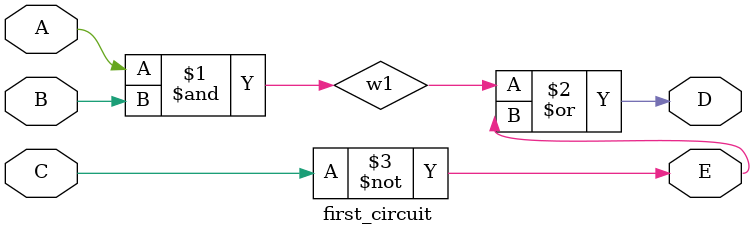
<source format=v>
module	first_circuit(A, B, C, D, E);
  output  D, E;
  input	A, B, C;
  wire	w1;
	and		G1(w1, A, B);
	not		G2(E, C);
	or		G3(D, w1, E);
endmodule


</source>
